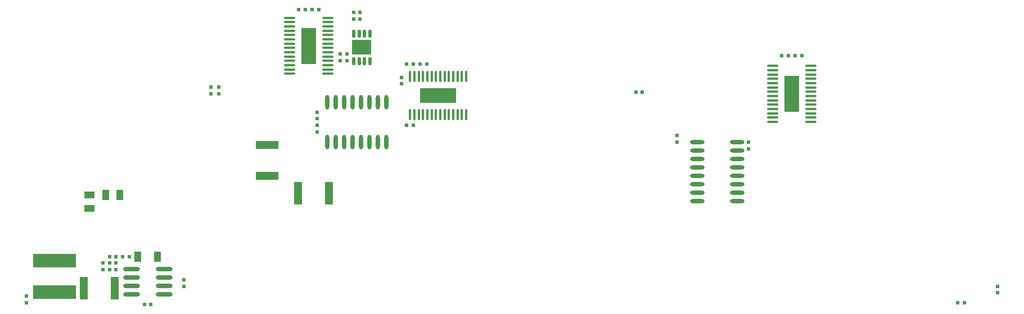
<source format=gtp>
G04 Layer_Color=8421504*
%FSLAX44Y44*%
%MOMM*%
G71*
G01*
G75*
%ADD10R,2.2000X5.5000*%
%ADD11O,1.7000X0.3500*%
%ADD12R,3.0000X2.3000*%
G04:AMPARAMS|DCode=13|XSize=1.2mm|YSize=0.5mm|CornerRadius=0.125mm|HoleSize=0mm|Usage=FLASHONLY|Rotation=90.000|XOffset=0mm|YOffset=0mm|HoleType=Round|Shape=RoundedRectangle|*
%AMROUNDEDRECTD13*
21,1,1.2000,0.2500,0,0,90.0*
21,1,0.9500,0.5000,0,0,90.0*
1,1,0.2500,0.1250,0.4750*
1,1,0.2500,0.1250,-0.4750*
1,1,0.2500,-0.1250,-0.4750*
1,1,0.2500,-0.1250,0.4750*
%
%ADD13ROUNDEDRECTD13*%
%ADD14O,2.5000X0.7000*%
%ADD15R,5.5000X2.2000*%
%ADD16O,0.3500X1.7000*%
%ADD17R,0.6000X0.6000*%
%ADD18R,0.6000X0.6000*%
%ADD19R,1.5000X1.0000*%
%ADD20R,6.5000X2.0000*%
%ADD21R,3.5000X1.3000*%
%ADD22R,1.3000X3.5000*%
%ADD23R,1.0000X1.5000*%
%ADD24R,1.1000X1.6000*%
%ADD25O,0.6000X2.1500*%
%ADD26O,2.1500X0.6000*%
D10*
X1215000Y320000D02*
D03*
X487500Y392500D02*
D03*
D11*
X1186500Y316750D02*
D03*
Y323250D02*
D03*
Y329750D02*
D03*
Y336250D02*
D03*
Y342750D02*
D03*
Y349250D02*
D03*
Y355750D02*
D03*
Y362250D02*
D03*
Y277750D02*
D03*
Y284250D02*
D03*
Y290750D02*
D03*
Y297250D02*
D03*
Y303750D02*
D03*
Y310250D02*
D03*
X1243500Y277750D02*
D03*
Y362250D02*
D03*
Y355750D02*
D03*
Y349250D02*
D03*
Y342750D02*
D03*
Y336250D02*
D03*
Y329750D02*
D03*
Y323250D02*
D03*
Y316750D02*
D03*
Y310250D02*
D03*
Y303750D02*
D03*
Y297250D02*
D03*
Y290750D02*
D03*
Y284250D02*
D03*
X459000Y389250D02*
D03*
Y395750D02*
D03*
Y402250D02*
D03*
Y408750D02*
D03*
Y415250D02*
D03*
Y421750D02*
D03*
Y428250D02*
D03*
Y434750D02*
D03*
Y350250D02*
D03*
Y356750D02*
D03*
Y363250D02*
D03*
Y369750D02*
D03*
Y376250D02*
D03*
Y382750D02*
D03*
X516000Y350250D02*
D03*
Y434750D02*
D03*
Y428250D02*
D03*
Y421750D02*
D03*
Y415250D02*
D03*
Y408750D02*
D03*
Y402250D02*
D03*
Y395750D02*
D03*
Y389250D02*
D03*
Y382750D02*
D03*
Y376250D02*
D03*
Y369750D02*
D03*
Y363250D02*
D03*
Y356750D02*
D03*
D12*
X567500Y390000D02*
D03*
D13*
X563500Y411000D02*
D03*
X571500D02*
D03*
X579500D02*
D03*
X555500D02*
D03*
X579500Y369000D02*
D03*
X571500D02*
D03*
X563500D02*
D03*
X555500D02*
D03*
D14*
X270000Y17500D02*
D03*
Y30200D02*
D03*
Y42900D02*
D03*
Y55600D02*
D03*
X221000Y17500D02*
D03*
Y30200D02*
D03*
Y42900D02*
D03*
Y55600D02*
D03*
D15*
X682500Y317500D02*
D03*
D16*
X685750Y289000D02*
D03*
X679250D02*
D03*
X672750D02*
D03*
X666250D02*
D03*
X659750D02*
D03*
X653250D02*
D03*
X646750D02*
D03*
X640250D02*
D03*
X724750D02*
D03*
X718250D02*
D03*
X711750D02*
D03*
X705250D02*
D03*
X698750D02*
D03*
X692250D02*
D03*
X724750Y346000D02*
D03*
X640250D02*
D03*
X646750D02*
D03*
X653250D02*
D03*
X659750D02*
D03*
X666250D02*
D03*
X672750D02*
D03*
X679250D02*
D03*
X685750D02*
D03*
X692250D02*
D03*
X698750D02*
D03*
X705250D02*
D03*
X711750D02*
D03*
X718250D02*
D03*
D17*
X1210000Y377500D02*
D03*
X1200000D02*
D03*
X482500Y447500D02*
D03*
X472500D02*
D03*
X535000Y370000D02*
D03*
X545000D02*
D03*
X555000Y432500D02*
D03*
X565000D02*
D03*
X635000Y365000D02*
D03*
X645000D02*
D03*
X535000Y380000D02*
D03*
X545000D02*
D03*
X665000Y365000D02*
D03*
X655000D02*
D03*
X217500Y75000D02*
D03*
X207500D02*
D03*
X197500Y75000D02*
D03*
X187500D02*
D03*
X177500Y55000D02*
D03*
X187500D02*
D03*
X645000Y272500D02*
D03*
X635000D02*
D03*
X1465000Y5000D02*
D03*
X1475000D02*
D03*
X990000Y322500D02*
D03*
X980000D02*
D03*
X1230000Y377500D02*
D03*
X1220000D02*
D03*
X502500Y447500D02*
D03*
X492500D02*
D03*
X555000Y442500D02*
D03*
X565000D02*
D03*
X187500Y65000D02*
D03*
X177500D02*
D03*
X240000Y2500D02*
D03*
X250000D02*
D03*
D18*
X1525000Y20000D02*
D03*
Y30000D02*
D03*
X62500Y15000D02*
D03*
Y5000D02*
D03*
X340000Y320000D02*
D03*
Y330000D02*
D03*
X352500Y320000D02*
D03*
Y330000D02*
D03*
X300000Y40000D02*
D03*
Y30000D02*
D03*
X197500Y65000D02*
D03*
Y55000D02*
D03*
X627500Y345000D02*
D03*
Y335000D02*
D03*
X500000Y262500D02*
D03*
Y272500D02*
D03*
Y282500D02*
D03*
Y292500D02*
D03*
X1042500Y247500D02*
D03*
Y257500D02*
D03*
X1150000Y237500D02*
D03*
Y247500D02*
D03*
D19*
X157500Y147000D02*
D03*
Y168000D02*
D03*
D20*
X105000Y68500D02*
D03*
Y21500D02*
D03*
D21*
X425000Y243200D02*
D03*
Y196800D02*
D03*
D22*
X518200Y170000D02*
D03*
X471800D02*
D03*
X195700Y27500D02*
D03*
X149300D02*
D03*
D23*
X182000Y167500D02*
D03*
X203000D02*
D03*
D24*
X260000Y75000D02*
D03*
X230000D02*
D03*
D25*
X515550Y247500D02*
D03*
X528250D02*
D03*
X540950D02*
D03*
X553650D02*
D03*
X566350D02*
D03*
X579050D02*
D03*
X591750D02*
D03*
X604450D02*
D03*
X515550Y307500D02*
D03*
X528250D02*
D03*
X540950D02*
D03*
X553650D02*
D03*
X566350D02*
D03*
X579050D02*
D03*
X591750D02*
D03*
X604450D02*
D03*
D26*
X1072500Y246950D02*
D03*
Y234250D02*
D03*
Y221550D02*
D03*
Y208850D02*
D03*
Y196150D02*
D03*
Y183450D02*
D03*
Y170750D02*
D03*
Y158050D02*
D03*
X1132500Y246950D02*
D03*
Y234250D02*
D03*
Y221550D02*
D03*
Y208850D02*
D03*
Y196150D02*
D03*
Y183450D02*
D03*
Y170750D02*
D03*
Y158050D02*
D03*
M02*

</source>
